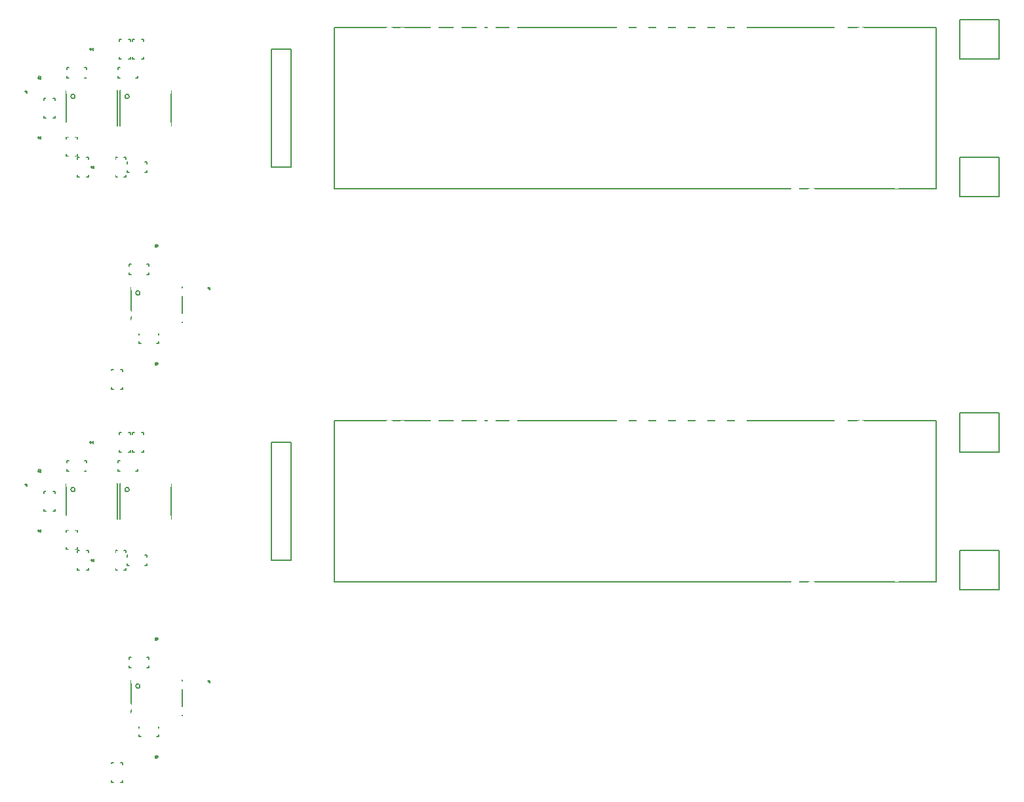
<source format=gbo>
G04 (created by PCBNEW (2013-07-07 BZR 4022)-stable) date 3/1/2014 5:06:07 PM*
%MOIN*%
G04 Gerber Fmt 3.4, Leading zero omitted, Abs format*
%FSLAX34Y34*%
G01*
G70*
G90*
G04 APERTURE LIST*
%ADD10C,0.00590551*%
%ADD11C,0.005*%
%ADD12R,0.069X0.069*%
%ADD13C,0.069*%
%ADD14C,0.043*%
%ADD15R,0.0495X0.04*%
%ADD16R,0.04X0.0495*%
%ADD17R,0.045X0.057*%
%ADD18R,0.13211X0.0612441*%
%ADD19C,0.16*%
%ADD20C,0.139*%
%ADD21C,0.037622*%
%ADD22R,0.0305X0.0719*%
%ADD23C,0.044*%
G04 APERTURE END LIST*
G54D10*
X6497Y31502D02*
X6597Y31502D01*
X7052Y31502D02*
X7052Y31602D01*
X6497Y31502D02*
X6497Y31602D01*
X7052Y31502D02*
X6952Y31502D01*
X6497Y32497D02*
X6597Y32497D01*
X6497Y32497D02*
X6497Y32397D01*
X6952Y32497D02*
X7052Y32497D01*
X7052Y32497D02*
X7052Y32397D01*
X3427Y35497D02*
X3327Y35497D01*
X2872Y35497D02*
X2872Y35397D01*
X3427Y35497D02*
X3427Y35397D01*
X2872Y35497D02*
X2972Y35497D01*
X3427Y34502D02*
X3327Y34502D01*
X3427Y34502D02*
X3427Y34602D01*
X2972Y34502D02*
X2872Y34502D01*
X2872Y34502D02*
X2872Y34602D01*
X6877Y21697D02*
X6777Y21697D01*
X6322Y21697D02*
X6322Y21597D01*
X6877Y21697D02*
X6877Y21597D01*
X6322Y21697D02*
X6422Y21697D01*
X6877Y20702D02*
X6777Y20702D01*
X6877Y20702D02*
X6877Y20802D01*
X6422Y20702D02*
X6322Y20702D01*
X6322Y20702D02*
X6322Y20802D01*
X7372Y37502D02*
X7472Y37502D01*
X7927Y37502D02*
X7927Y37602D01*
X7372Y37502D02*
X7372Y37602D01*
X7927Y37502D02*
X7827Y37502D01*
X7372Y38497D02*
X7472Y38497D01*
X7372Y38497D02*
X7372Y38397D01*
X7827Y38497D02*
X7927Y38497D01*
X7927Y38497D02*
X7927Y38397D01*
X6722Y37502D02*
X6822Y37502D01*
X7277Y37502D02*
X7277Y37602D01*
X6722Y37502D02*
X6722Y37602D01*
X7277Y37502D02*
X7177Y37502D01*
X6722Y38497D02*
X6822Y38497D01*
X6722Y38497D02*
X6722Y38397D01*
X7177Y38497D02*
X7277Y38497D01*
X7277Y38497D02*
X7277Y38397D01*
X4572Y31502D02*
X4672Y31502D01*
X5127Y31502D02*
X5127Y31602D01*
X4572Y31502D02*
X4572Y31602D01*
X5127Y31502D02*
X5027Y31502D01*
X4572Y32497D02*
X4672Y32497D01*
X4572Y32497D02*
X4572Y32397D01*
X5027Y32497D02*
X5127Y32497D01*
X5127Y32497D02*
X5127Y32397D01*
X5047Y36522D02*
X5047Y36622D01*
X5047Y37077D02*
X4947Y37077D01*
X5047Y36522D02*
X4947Y36522D01*
X5047Y37077D02*
X5047Y36977D01*
X4052Y36522D02*
X4052Y36622D01*
X4052Y36522D02*
X4152Y36522D01*
X4052Y36977D02*
X4052Y37077D01*
X4052Y37077D02*
X4152Y37077D01*
X7647Y36522D02*
X7647Y36622D01*
X7647Y37077D02*
X7547Y37077D01*
X7647Y36522D02*
X7547Y36522D01*
X7647Y37077D02*
X7647Y36977D01*
X6652Y36522D02*
X6652Y36622D01*
X6652Y36522D02*
X6752Y36522D01*
X6652Y36977D02*
X6652Y37077D01*
X6652Y37077D02*
X6752Y37077D01*
X8197Y26522D02*
X8197Y26622D01*
X8197Y27077D02*
X8097Y27077D01*
X8197Y26522D02*
X8097Y26522D01*
X8197Y27077D02*
X8197Y26977D01*
X7202Y26522D02*
X7202Y26622D01*
X7202Y26522D02*
X7302Y26522D01*
X7202Y26977D02*
X7202Y27077D01*
X7202Y27077D02*
X7302Y27077D01*
X8697Y23022D02*
X8697Y23122D01*
X8697Y23577D02*
X8597Y23577D01*
X8697Y23022D02*
X8597Y23022D01*
X8697Y23577D02*
X8697Y23477D01*
X7702Y23022D02*
X7702Y23122D01*
X7702Y23022D02*
X7802Y23022D01*
X7702Y23477D02*
X7702Y23577D01*
X7702Y23577D02*
X7802Y23577D01*
X4022Y32552D02*
X4122Y32552D01*
X4577Y32552D02*
X4577Y32652D01*
X4022Y32552D02*
X4022Y32652D01*
X4577Y32552D02*
X4477Y32552D01*
X4022Y33547D02*
X4122Y33547D01*
X4022Y33547D02*
X4022Y33447D01*
X4477Y33547D02*
X4577Y33547D01*
X4577Y33547D02*
X4577Y33447D01*
X8097Y31722D02*
X8097Y31822D01*
X8097Y32277D02*
X7997Y32277D01*
X8097Y31722D02*
X7997Y31722D01*
X8097Y32277D02*
X8097Y32177D01*
X7102Y31722D02*
X7102Y31822D01*
X7102Y31722D02*
X7202Y31722D01*
X7102Y32177D02*
X7102Y32277D01*
X7102Y32277D02*
X7202Y32277D01*
X11310Y25877D02*
X11210Y25877D01*
X11310Y25877D02*
X11310Y25777D01*
X11210Y25877D02*
X11310Y25777D01*
X2010Y35877D02*
X1910Y35877D01*
X2010Y35877D02*
X2010Y35777D01*
X1910Y35877D02*
X2010Y35777D01*
X2716Y36550D02*
X2559Y36550D01*
X2559Y36550D02*
X2638Y36628D01*
X2559Y36550D02*
X2638Y36471D01*
X2716Y36628D02*
X2716Y36471D01*
X8533Y28000D02*
X8690Y28000D01*
X8690Y28000D02*
X8611Y27921D01*
X8690Y28000D02*
X8611Y28078D01*
X8533Y27921D02*
X8533Y28078D01*
X5366Y38000D02*
X5209Y38000D01*
X5209Y38000D02*
X5288Y38078D01*
X5209Y38000D02*
X5288Y37921D01*
X5366Y38078D02*
X5366Y37921D01*
X5416Y32000D02*
X5259Y32000D01*
X5259Y32000D02*
X5338Y32078D01*
X5259Y32000D02*
X5338Y31921D01*
X5416Y32078D02*
X5416Y31921D01*
X2716Y33500D02*
X2559Y33500D01*
X2559Y33500D02*
X2638Y33578D01*
X2559Y33500D02*
X2638Y33421D01*
X2716Y33578D02*
X2716Y33421D01*
X8533Y22000D02*
X8690Y22000D01*
X8690Y22000D02*
X8611Y21921D01*
X8690Y22000D02*
X8611Y22078D01*
X8533Y21921D02*
X8533Y22078D01*
X17650Y30900D02*
X17650Y39100D01*
X17650Y39100D02*
X48250Y39100D01*
X48250Y39100D02*
X48250Y30900D01*
X48250Y30900D02*
X17650Y30900D01*
X51450Y32500D02*
X49450Y32500D01*
X49450Y32500D02*
X49450Y30500D01*
X49450Y30500D02*
X51450Y30500D01*
X51450Y30500D02*
X51450Y32500D01*
X51450Y39500D02*
X49450Y39500D01*
X49450Y39500D02*
X49450Y37500D01*
X49450Y37500D02*
X51450Y37500D01*
X51450Y37500D02*
X51450Y39500D01*
X15450Y32000D02*
X15450Y38000D01*
X15450Y38000D02*
X14450Y38000D01*
X14450Y32000D02*
X14450Y38000D01*
X15450Y32000D02*
X14450Y32000D01*
G54D11*
X6600Y34100D02*
X4000Y34100D01*
X4000Y34100D02*
X4000Y35900D01*
X4000Y35900D02*
X6600Y35900D01*
X6600Y35900D02*
X6600Y34100D01*
X4461Y35600D02*
G75*
G03X4461Y35600I-111J0D01*
G74*
G01*
X9900Y24100D02*
X7300Y24100D01*
X7300Y24100D02*
X7300Y25900D01*
X7300Y25900D02*
X9900Y25900D01*
X9900Y25900D02*
X9900Y24100D01*
X7761Y25600D02*
G75*
G03X7761Y25600I-111J0D01*
G74*
G01*
X9350Y34100D02*
X6750Y34100D01*
X6750Y34100D02*
X6750Y35900D01*
X6750Y35900D02*
X9350Y35900D01*
X9350Y35900D02*
X9350Y34100D01*
X7211Y35600D02*
G75*
G03X7211Y35600I-111J0D01*
G74*
G01*
X9350Y14100D02*
X6750Y14100D01*
X6750Y14100D02*
X6750Y15900D01*
X6750Y15900D02*
X9350Y15900D01*
X9350Y15900D02*
X9350Y14100D01*
X7211Y15600D02*
G75*
G03X7211Y15600I-111J0D01*
G74*
G01*
X9900Y4100D02*
X7300Y4100D01*
X7300Y4100D02*
X7300Y5900D01*
X7300Y5900D02*
X9900Y5900D01*
X9900Y5900D02*
X9900Y4100D01*
X7761Y5600D02*
G75*
G03X7761Y5600I-111J0D01*
G74*
G01*
X6600Y14100D02*
X4000Y14100D01*
X4000Y14100D02*
X4000Y15900D01*
X4000Y15900D02*
X6600Y15900D01*
X6600Y15900D02*
X6600Y14100D01*
X4461Y15600D02*
G75*
G03X4461Y15600I-111J0D01*
G74*
G01*
G54D10*
X15450Y12000D02*
X15450Y18000D01*
X15450Y18000D02*
X14450Y18000D01*
X14450Y12000D02*
X14450Y18000D01*
X15450Y12000D02*
X14450Y12000D01*
X51450Y19500D02*
X49450Y19500D01*
X49450Y19500D02*
X49450Y17500D01*
X49450Y17500D02*
X51450Y17500D01*
X51450Y17500D02*
X51450Y19500D01*
X51450Y12500D02*
X49450Y12500D01*
X49450Y12500D02*
X49450Y10500D01*
X49450Y10500D02*
X51450Y10500D01*
X51450Y10500D02*
X51450Y12500D01*
X17650Y10900D02*
X17650Y19100D01*
X17650Y19100D02*
X48250Y19100D01*
X48250Y19100D02*
X48250Y10900D01*
X48250Y10900D02*
X17650Y10900D01*
X8533Y2000D02*
X8690Y2000D01*
X8690Y2000D02*
X8611Y1921D01*
X8690Y2000D02*
X8611Y2078D01*
X8533Y1921D02*
X8533Y2078D01*
X2716Y13500D02*
X2559Y13500D01*
X2559Y13500D02*
X2638Y13578D01*
X2559Y13500D02*
X2638Y13421D01*
X2716Y13578D02*
X2716Y13421D01*
X5416Y12000D02*
X5259Y12000D01*
X5259Y12000D02*
X5338Y12078D01*
X5259Y12000D02*
X5338Y11921D01*
X5416Y12078D02*
X5416Y11921D01*
X5366Y18000D02*
X5209Y18000D01*
X5209Y18000D02*
X5288Y18078D01*
X5209Y18000D02*
X5288Y17921D01*
X5366Y18078D02*
X5366Y17921D01*
X8533Y8000D02*
X8690Y8000D01*
X8690Y8000D02*
X8611Y7921D01*
X8690Y8000D02*
X8611Y8078D01*
X8533Y7921D02*
X8533Y8078D01*
X2716Y16550D02*
X2559Y16550D01*
X2559Y16550D02*
X2638Y16628D01*
X2559Y16550D02*
X2638Y16471D01*
X2716Y16628D02*
X2716Y16471D01*
X2010Y15877D02*
X1910Y15877D01*
X2010Y15877D02*
X2010Y15777D01*
X1910Y15877D02*
X2010Y15777D01*
X11310Y5877D02*
X11210Y5877D01*
X11310Y5877D02*
X11310Y5777D01*
X11210Y5877D02*
X11310Y5777D01*
X8097Y11722D02*
X8097Y11822D01*
X8097Y12277D02*
X7997Y12277D01*
X8097Y11722D02*
X7997Y11722D01*
X8097Y12277D02*
X8097Y12177D01*
X7102Y11722D02*
X7102Y11822D01*
X7102Y11722D02*
X7202Y11722D01*
X7102Y12177D02*
X7102Y12277D01*
X7102Y12277D02*
X7202Y12277D01*
X4022Y12552D02*
X4122Y12552D01*
X4577Y12552D02*
X4577Y12652D01*
X4022Y12552D02*
X4022Y12652D01*
X4577Y12552D02*
X4477Y12552D01*
X4022Y13547D02*
X4122Y13547D01*
X4022Y13547D02*
X4022Y13447D01*
X4477Y13547D02*
X4577Y13547D01*
X4577Y13547D02*
X4577Y13447D01*
X8697Y3022D02*
X8697Y3122D01*
X8697Y3577D02*
X8597Y3577D01*
X8697Y3022D02*
X8597Y3022D01*
X8697Y3577D02*
X8697Y3477D01*
X7702Y3022D02*
X7702Y3122D01*
X7702Y3022D02*
X7802Y3022D01*
X7702Y3477D02*
X7702Y3577D01*
X7702Y3577D02*
X7802Y3577D01*
X8197Y6522D02*
X8197Y6622D01*
X8197Y7077D02*
X8097Y7077D01*
X8197Y6522D02*
X8097Y6522D01*
X8197Y7077D02*
X8197Y6977D01*
X7202Y6522D02*
X7202Y6622D01*
X7202Y6522D02*
X7302Y6522D01*
X7202Y6977D02*
X7202Y7077D01*
X7202Y7077D02*
X7302Y7077D01*
X7647Y16522D02*
X7647Y16622D01*
X7647Y17077D02*
X7547Y17077D01*
X7647Y16522D02*
X7547Y16522D01*
X7647Y17077D02*
X7647Y16977D01*
X6652Y16522D02*
X6652Y16622D01*
X6652Y16522D02*
X6752Y16522D01*
X6652Y16977D02*
X6652Y17077D01*
X6652Y17077D02*
X6752Y17077D01*
X5047Y16522D02*
X5047Y16622D01*
X5047Y17077D02*
X4947Y17077D01*
X5047Y16522D02*
X4947Y16522D01*
X5047Y17077D02*
X5047Y16977D01*
X4052Y16522D02*
X4052Y16622D01*
X4052Y16522D02*
X4152Y16522D01*
X4052Y16977D02*
X4052Y17077D01*
X4052Y17077D02*
X4152Y17077D01*
X4572Y11502D02*
X4672Y11502D01*
X5127Y11502D02*
X5127Y11602D01*
X4572Y11502D02*
X4572Y11602D01*
X5127Y11502D02*
X5027Y11502D01*
X4572Y12497D02*
X4672Y12497D01*
X4572Y12497D02*
X4572Y12397D01*
X5027Y12497D02*
X5127Y12497D01*
X5127Y12497D02*
X5127Y12397D01*
X6722Y17502D02*
X6822Y17502D01*
X7277Y17502D02*
X7277Y17602D01*
X6722Y17502D02*
X6722Y17602D01*
X7277Y17502D02*
X7177Y17502D01*
X6722Y18497D02*
X6822Y18497D01*
X6722Y18497D02*
X6722Y18397D01*
X7177Y18497D02*
X7277Y18497D01*
X7277Y18497D02*
X7277Y18397D01*
X7372Y17502D02*
X7472Y17502D01*
X7927Y17502D02*
X7927Y17602D01*
X7372Y17502D02*
X7372Y17602D01*
X7927Y17502D02*
X7827Y17502D01*
X7372Y18497D02*
X7472Y18497D01*
X7372Y18497D02*
X7372Y18397D01*
X7827Y18497D02*
X7927Y18497D01*
X7927Y18497D02*
X7927Y18397D01*
X6877Y1697D02*
X6777Y1697D01*
X6322Y1697D02*
X6322Y1597D01*
X6877Y1697D02*
X6877Y1597D01*
X6322Y1697D02*
X6422Y1697D01*
X6877Y702D02*
X6777Y702D01*
X6877Y702D02*
X6877Y802D01*
X6422Y702D02*
X6322Y702D01*
X6322Y702D02*
X6322Y802D01*
X3427Y15497D02*
X3327Y15497D01*
X2872Y15497D02*
X2872Y15397D01*
X3427Y15497D02*
X3427Y15397D01*
X2872Y15497D02*
X2972Y15497D01*
X3427Y14502D02*
X3327Y14502D01*
X3427Y14502D02*
X3427Y14602D01*
X2972Y14502D02*
X2872Y14502D01*
X2872Y14502D02*
X2872Y14602D01*
X6497Y11502D02*
X6597Y11502D01*
X7052Y11502D02*
X7052Y11602D01*
X6497Y11502D02*
X6497Y11602D01*
X7052Y11502D02*
X6952Y11502D01*
X6497Y12497D02*
X6597Y12497D01*
X6497Y12497D02*
X6497Y12397D01*
X6952Y12497D02*
X7052Y12497D01*
X7052Y12497D02*
X7052Y12397D01*
%LPC*%
G54D12*
X32300Y37950D03*
G54D13*
X32300Y38950D03*
X33300Y37950D03*
X33300Y38950D03*
X34300Y37950D03*
X34300Y38950D03*
X35300Y37950D03*
X35300Y38950D03*
X36300Y37950D03*
X36300Y38950D03*
X37300Y37950D03*
X37300Y38950D03*
X38300Y37950D03*
X38300Y38950D03*
G54D12*
X33116Y36128D03*
G54D13*
X32116Y36128D03*
G54D12*
X6600Y27500D03*
G54D13*
X6600Y26500D03*
X6600Y25500D03*
X6600Y24500D03*
X6600Y23500D03*
X6600Y22500D03*
G54D12*
X9900Y38000D03*
G54D13*
X8900Y38000D03*
X8900Y39000D03*
X9900Y39000D03*
G54D12*
X9900Y31000D03*
G54D13*
X8900Y31000D03*
X8900Y32000D03*
X9900Y32000D03*
G54D14*
X25050Y33000D03*
X25246Y33196D03*
X25246Y32803D03*
X24853Y32803D03*
X24853Y33196D03*
X28300Y35250D03*
X28103Y35053D03*
X28103Y35446D03*
X28496Y35446D03*
X28496Y35053D03*
G54D15*
X6775Y32267D03*
X6775Y31732D03*
X3150Y34732D03*
X3150Y35267D03*
X6600Y20932D03*
X6600Y21467D03*
X7650Y38267D03*
X7650Y37732D03*
X7000Y38267D03*
X7000Y37732D03*
X4850Y32267D03*
X4850Y31732D03*
G54D16*
X4282Y36800D03*
X4817Y36800D03*
X6882Y36800D03*
X7417Y36800D03*
X7432Y26800D03*
X7967Y26800D03*
X7932Y23300D03*
X8467Y23300D03*
G54D15*
X4300Y33317D03*
X4300Y32782D03*
G54D16*
X7332Y32000D03*
X7867Y32000D03*
G54D17*
X10404Y25511D03*
X11004Y25511D03*
X11004Y24481D03*
X10404Y24481D03*
X1104Y35511D03*
X1704Y35511D03*
X1704Y34481D03*
X1104Y34481D03*
G54D18*
X3150Y37042D03*
X3150Y36057D03*
X8100Y27507D03*
X8100Y28492D03*
X5800Y38492D03*
X5800Y37507D03*
X5850Y32492D03*
X5850Y31507D03*
X3150Y33992D03*
X3150Y33007D03*
X8100Y21507D03*
X8100Y22492D03*
G54D12*
X31950Y31400D03*
G54D13*
X32950Y31400D03*
G54D12*
X30450Y31400D03*
G54D13*
X30450Y32400D03*
X30450Y33400D03*
G54D19*
X22000Y35000D03*
X43900Y35000D03*
G54D20*
X18600Y35000D03*
X47300Y35000D03*
G54D21*
X25054Y36795D03*
X24700Y36795D03*
X24345Y36795D03*
X24345Y37150D03*
X24700Y37150D03*
X25054Y37150D03*
X25054Y37504D03*
X24700Y37504D03*
X24345Y37504D03*
G54D12*
X43400Y28800D03*
G54D13*
X44400Y28800D03*
G54D12*
X43400Y27800D03*
G54D13*
X44400Y27800D03*
G54D12*
X43400Y26800D03*
G54D13*
X44400Y26800D03*
G54D12*
X15050Y21000D03*
G54D13*
X16050Y21000D03*
G54D12*
X15050Y29000D03*
G54D13*
X16050Y29000D03*
G54D12*
X43400Y36800D03*
G54D13*
X44400Y36800D03*
G54D12*
X43400Y37800D03*
G54D13*
X44400Y37800D03*
G54D12*
X43400Y38800D03*
G54D13*
X44400Y38800D03*
G54D12*
X15050Y31000D03*
G54D13*
X16050Y31000D03*
G54D12*
X15050Y39000D03*
G54D13*
X16050Y39000D03*
G54D12*
X50950Y32000D03*
G54D13*
X49950Y32000D03*
X49950Y31000D03*
X50950Y31000D03*
G54D12*
X50950Y39000D03*
G54D13*
X49950Y39000D03*
X49950Y38000D03*
X50950Y38000D03*
G54D12*
X14950Y32500D03*
G54D13*
X14950Y33500D03*
X14950Y34500D03*
X14950Y35500D03*
X14950Y36500D03*
X14950Y37500D03*
G54D22*
X5172Y36102D03*
X5428Y36102D03*
X5684Y36102D03*
X5940Y36102D03*
X4408Y33900D03*
X4404Y36102D03*
X4660Y36102D03*
X4916Y36102D03*
X6196Y33898D03*
X5940Y33898D03*
X5684Y33898D03*
X5428Y33898D03*
X5172Y33898D03*
X4916Y33898D03*
X6196Y36102D03*
X4660Y33900D03*
X4148Y36102D03*
X6452Y36102D03*
X6452Y33898D03*
X4148Y33898D03*
X8472Y26102D03*
X8728Y26102D03*
X8984Y26102D03*
X9240Y26102D03*
X7708Y23900D03*
X7704Y26102D03*
X7960Y26102D03*
X8216Y26102D03*
X9496Y23898D03*
X9240Y23898D03*
X8984Y23898D03*
X8728Y23898D03*
X8472Y23898D03*
X8216Y23898D03*
X9496Y26102D03*
X7960Y23900D03*
X7448Y26102D03*
X9752Y26102D03*
X9752Y23898D03*
X7448Y23898D03*
X7922Y36102D03*
X8178Y36102D03*
X8434Y36102D03*
X8690Y36102D03*
X7158Y33900D03*
X7154Y36102D03*
X7410Y36102D03*
X7666Y36102D03*
X8946Y33898D03*
X8690Y33898D03*
X8434Y33898D03*
X8178Y33898D03*
X7922Y33898D03*
X7666Y33898D03*
X8946Y36102D03*
X7410Y33900D03*
X6898Y36102D03*
X9202Y36102D03*
X9202Y33898D03*
X6898Y33898D03*
X7922Y16102D03*
X8178Y16102D03*
X8434Y16102D03*
X8690Y16102D03*
X7158Y13900D03*
X7154Y16102D03*
X7410Y16102D03*
X7666Y16102D03*
X8946Y13898D03*
X8690Y13898D03*
X8434Y13898D03*
X8178Y13898D03*
X7922Y13898D03*
X7666Y13898D03*
X8946Y16102D03*
X7410Y13900D03*
X6898Y16102D03*
X9202Y16102D03*
X9202Y13898D03*
X6898Y13898D03*
X8472Y6102D03*
X8728Y6102D03*
X8984Y6102D03*
X9240Y6102D03*
X7708Y3900D03*
X7704Y6102D03*
X7960Y6102D03*
X8216Y6102D03*
X9496Y3898D03*
X9240Y3898D03*
X8984Y3898D03*
X8728Y3898D03*
X8472Y3898D03*
X8216Y3898D03*
X9496Y6102D03*
X7960Y3900D03*
X7448Y6102D03*
X9752Y6102D03*
X9752Y3898D03*
X7448Y3898D03*
X5172Y16102D03*
X5428Y16102D03*
X5684Y16102D03*
X5940Y16102D03*
X4408Y13900D03*
X4404Y16102D03*
X4660Y16102D03*
X4916Y16102D03*
X6196Y13898D03*
X5940Y13898D03*
X5684Y13898D03*
X5428Y13898D03*
X5172Y13898D03*
X4916Y13898D03*
X6196Y16102D03*
X4660Y13900D03*
X4148Y16102D03*
X6452Y16102D03*
X6452Y13898D03*
X4148Y13898D03*
G54D12*
X32300Y17950D03*
G54D13*
X32300Y18950D03*
X33300Y17950D03*
X33300Y18950D03*
X34300Y17950D03*
X34300Y18950D03*
X35300Y17950D03*
X35300Y18950D03*
X36300Y17950D03*
X36300Y18950D03*
X37300Y17950D03*
X37300Y18950D03*
X38300Y17950D03*
X38300Y18950D03*
G54D12*
X14950Y12500D03*
G54D13*
X14950Y13500D03*
X14950Y14500D03*
X14950Y15500D03*
X14950Y16500D03*
X14950Y17500D03*
G54D12*
X50950Y19000D03*
G54D13*
X49950Y19000D03*
X49950Y18000D03*
X50950Y18000D03*
G54D12*
X50950Y12000D03*
G54D13*
X49950Y12000D03*
X49950Y11000D03*
X50950Y11000D03*
G54D12*
X15050Y19000D03*
G54D13*
X16050Y19000D03*
G54D12*
X15050Y11000D03*
G54D13*
X16050Y11000D03*
G54D12*
X43400Y18800D03*
G54D13*
X44400Y18800D03*
G54D12*
X43400Y17800D03*
G54D13*
X44400Y17800D03*
G54D12*
X43400Y16800D03*
G54D13*
X44400Y16800D03*
G54D12*
X15050Y9000D03*
G54D13*
X16050Y9000D03*
G54D12*
X15050Y1000D03*
G54D13*
X16050Y1000D03*
G54D12*
X43400Y6800D03*
G54D13*
X44400Y6800D03*
G54D12*
X43400Y7800D03*
G54D13*
X44400Y7800D03*
G54D12*
X43400Y8800D03*
G54D13*
X44400Y8800D03*
G54D21*
X25054Y16795D03*
X24700Y16795D03*
X24345Y16795D03*
X24345Y17150D03*
X24700Y17150D03*
X25054Y17150D03*
X25054Y17504D03*
X24700Y17504D03*
X24345Y17504D03*
G54D19*
X22000Y15000D03*
X43900Y15000D03*
G54D20*
X18600Y15000D03*
X47300Y15000D03*
G54D12*
X30450Y11400D03*
G54D13*
X30450Y12400D03*
X30450Y13400D03*
G54D12*
X31950Y11400D03*
G54D13*
X32950Y11400D03*
G54D18*
X8100Y1507D03*
X8100Y2492D03*
X3150Y13992D03*
X3150Y13007D03*
X5850Y12492D03*
X5850Y11507D03*
X5800Y18492D03*
X5800Y17507D03*
X8100Y7507D03*
X8100Y8492D03*
X3150Y17042D03*
X3150Y16057D03*
G54D17*
X1104Y15511D03*
X1704Y15511D03*
X1704Y14481D03*
X1104Y14481D03*
X10404Y5511D03*
X11004Y5511D03*
X11004Y4481D03*
X10404Y4481D03*
G54D16*
X7332Y12000D03*
X7867Y12000D03*
G54D15*
X4300Y13317D03*
X4300Y12782D03*
G54D16*
X7932Y3300D03*
X8467Y3300D03*
X7432Y6800D03*
X7967Y6800D03*
X6882Y16800D03*
X7417Y16800D03*
X4282Y16800D03*
X4817Y16800D03*
G54D15*
X4850Y12267D03*
X4850Y11732D03*
X7000Y18267D03*
X7000Y17732D03*
X7650Y18267D03*
X7650Y17732D03*
X6600Y932D03*
X6600Y1467D03*
X3150Y14732D03*
X3150Y15267D03*
X6775Y12267D03*
X6775Y11732D03*
G54D14*
X28300Y15250D03*
X28103Y15053D03*
X28103Y15446D03*
X28496Y15446D03*
X28496Y15053D03*
X25050Y13000D03*
X25246Y13196D03*
X25246Y12803D03*
X24853Y12803D03*
X24853Y13196D03*
G54D12*
X9900Y11000D03*
G54D13*
X8900Y11000D03*
X8900Y12000D03*
X9900Y12000D03*
G54D12*
X9900Y18000D03*
G54D13*
X8900Y18000D03*
X8900Y19000D03*
X9900Y19000D03*
G54D12*
X6600Y7500D03*
G54D13*
X6600Y6500D03*
X6600Y5500D03*
X6600Y4500D03*
X6600Y3500D03*
X6600Y2500D03*
G54D12*
X33116Y16128D03*
G54D13*
X32116Y16128D03*
G54D23*
X23500Y32375D03*
X23000Y32370D03*
X22500Y32375D03*
X22500Y12375D03*
X23000Y12370D03*
X23500Y12375D03*
X22050Y38400D03*
X20450Y38950D03*
X23900Y39167D03*
X26732Y39150D03*
X47267Y33650D03*
X16532Y35550D03*
X16117Y37500D03*
X19500Y35750D03*
X19800Y33317D03*
X22632Y37250D03*
X29900Y35917D03*
X46432Y33000D03*
X46283Y36250D03*
X42300Y36667D03*
X41750Y33917D03*
X41850Y31932D03*
X46000Y28682D03*
X41950Y24500D03*
X40750Y34732D03*
X4750Y37250D03*
X7700Y37125D03*
X7325Y32275D03*
X4025Y34075D03*
X7200Y24000D03*
X7200Y4000D03*
X4025Y14075D03*
X7325Y12275D03*
X7700Y17125D03*
X4750Y17250D03*
X40750Y14732D03*
X41950Y4500D03*
X46000Y8682D03*
X41850Y11932D03*
X41750Y13917D03*
X42300Y16667D03*
X46283Y16250D03*
X46432Y13000D03*
X29900Y15917D03*
X22632Y17250D03*
X19800Y13317D03*
X19500Y15750D03*
X16117Y17500D03*
X16532Y15550D03*
X47267Y13650D03*
X26732Y19150D03*
X23900Y19167D03*
X20450Y18950D03*
X22050Y18400D03*
X23894Y38275D03*
X44900Y34250D03*
X44900Y14250D03*
X23894Y18275D03*
X25632Y39150D03*
X42300Y36132D03*
X44000Y34050D03*
X47550Y36400D03*
X7150Y24550D03*
X4725Y34650D03*
X7700Y32875D03*
X7700Y12875D03*
X4725Y14650D03*
X7150Y4550D03*
X47550Y16400D03*
X44000Y14050D03*
X42300Y16132D03*
X25632Y19150D03*
X25067Y39150D03*
X41650Y36132D03*
X43750Y33750D03*
X47975Y36400D03*
X4625Y35000D03*
X7725Y32475D03*
X7725Y12475D03*
X4625Y15000D03*
X47975Y16400D03*
X43750Y13750D03*
X41650Y16132D03*
X25067Y19150D03*
X40100Y37100D03*
X26032Y37900D03*
X35990Y36246D03*
X35990Y16246D03*
X26032Y17900D03*
X40100Y17100D03*
X26300Y38450D03*
X39350Y37350D03*
X39350Y17350D03*
X26300Y18450D03*
X48475Y36400D03*
X39700Y37100D03*
X25900Y38550D03*
X49500Y34025D03*
X49500Y14025D03*
X25900Y18550D03*
X39700Y17100D03*
X48475Y16400D03*
X20350Y35650D03*
X21100Y38500D03*
X21100Y18500D03*
X20350Y15650D03*
X20300Y36550D03*
X20450Y38550D03*
X20450Y18550D03*
X20300Y16550D03*
X17174Y33818D03*
X20650Y35950D03*
X20650Y15950D03*
X17174Y13818D03*
X20350Y36150D03*
X17174Y34881D03*
X17174Y14881D03*
X20350Y16150D03*
X42700Y34400D03*
X42700Y14400D03*
X43050Y34050D03*
X43050Y14050D03*
X23167Y37750D03*
X31350Y33575D03*
X31000Y36550D03*
X41900Y30750D03*
X41900Y10750D03*
X31000Y16550D03*
X31350Y13575D03*
X23167Y17750D03*
X43675Y31650D03*
X39632Y34200D03*
X39632Y14200D03*
X43675Y11650D03*
X20175Y34450D03*
X44050Y31600D03*
X44050Y11600D03*
X20175Y14450D03*
X31750Y33575D03*
X45950Y31700D03*
X45950Y11700D03*
X31750Y13575D03*
X46250Y31100D03*
X45417Y36625D03*
X45417Y16625D03*
X46250Y11100D03*
X45050Y31550D03*
X45050Y11550D03*
X45400Y31650D03*
X45400Y11650D03*
X45150Y33950D03*
X45150Y13950D03*
X47275Y31150D03*
X49100Y30775D03*
X49100Y10775D03*
X47275Y11150D03*
X44450Y34200D03*
X36450Y34800D03*
X36950Y35300D03*
X40950Y37900D03*
X40950Y17900D03*
X36950Y15300D03*
X36450Y14800D03*
X44450Y14200D03*
X43500Y32675D03*
X42175Y33425D03*
X42175Y13425D03*
X43500Y12675D03*
X37275Y34100D03*
X45025Y32725D03*
X45025Y12725D03*
X37275Y14100D03*
X46100Y33250D03*
X41083Y30875D03*
X41083Y10875D03*
X46100Y13250D03*
X24900Y31800D03*
X23867Y33200D03*
X23867Y13200D03*
X24900Y11800D03*
X7950Y36825D03*
X7950Y16825D03*
X8225Y38275D03*
X8225Y18275D03*
X8350Y35575D03*
X8750Y36800D03*
X8750Y16800D03*
X8350Y15575D03*
X9150Y36825D03*
X9150Y16825D03*
X9475Y33900D03*
X9475Y13900D03*
X8800Y33225D03*
X8800Y13225D03*
X5800Y37507D03*
X8250Y33225D03*
X8250Y13225D03*
X5800Y17507D03*
X5200Y36675D03*
X5200Y16675D03*
X5500Y36925D03*
X4550Y37700D03*
X4550Y17700D03*
X5500Y16925D03*
X5950Y36650D03*
X5950Y16650D03*
X6200Y36925D03*
X6200Y16925D03*
X6225Y33000D03*
X6225Y13000D03*
X6025Y33300D03*
X6025Y13300D03*
X1704Y35511D03*
X5650Y33150D03*
X5650Y13150D03*
X1704Y15511D03*
X3150Y33007D03*
X5250Y33150D03*
X3150Y35625D03*
X3150Y15625D03*
X5250Y13150D03*
X3150Y13007D03*
X9275Y26825D03*
X9275Y6825D03*
X8975Y26625D03*
X8975Y6625D03*
X9575Y25375D03*
X9575Y5375D03*
X9850Y25625D03*
X9850Y5625D03*
X9850Y24325D03*
X9850Y4325D03*
X9575Y24600D03*
X9575Y4600D03*
X6225Y21450D03*
X6225Y28425D03*
X6225Y8425D03*
X6225Y1450D03*
X7650Y33250D03*
X4675Y33075D03*
X4675Y13075D03*
X7650Y13250D03*
X44700Y31650D03*
X42225Y33800D03*
X42225Y13800D03*
X44700Y11650D03*
X42475Y32675D03*
X40250Y35832D03*
X40250Y15832D03*
X42475Y12675D03*
X39550Y35832D03*
X42850Y32675D03*
X42850Y12675D03*
X39550Y15832D03*
X21100Y38900D03*
X22067Y37750D03*
X16800Y34350D03*
X19700Y32400D03*
X18200Y33967D03*
X22750Y39150D03*
X22632Y37750D03*
X22632Y36250D03*
X23332Y33850D03*
X23332Y33200D03*
X22767Y33200D03*
X26567Y37250D03*
X29432Y36550D03*
X29250Y35382D03*
X39050Y35267D03*
X41000Y36667D03*
X40750Y35267D03*
X41033Y33575D03*
X41850Y32467D03*
X49250Y35900D03*
X33895Y33400D03*
X46732Y33650D03*
X21025Y35175D03*
X41083Y31625D03*
X40025Y32450D03*
X31275Y33033D03*
X15750Y31950D03*
X29407Y38375D03*
X37448Y36246D03*
X37448Y16246D03*
X29407Y18375D03*
X15750Y11950D03*
X31275Y13033D03*
X40025Y12450D03*
X41083Y11625D03*
X21025Y15175D03*
X46732Y13650D03*
X33895Y13400D03*
X49250Y15900D03*
X41850Y12467D03*
X41033Y13575D03*
X40750Y15267D03*
X41000Y16667D03*
X39050Y15267D03*
X29250Y15382D03*
X29432Y16550D03*
X26567Y17250D03*
X22767Y13200D03*
X23332Y13200D03*
X23332Y13850D03*
X22632Y16250D03*
X22632Y17750D03*
X22750Y19150D03*
X18200Y13967D03*
X19700Y12400D03*
X16800Y14350D03*
X22067Y17750D03*
X21100Y18900D03*
X20225Y33725D03*
X23600Y36250D03*
X23600Y16250D03*
X20225Y13725D03*
X23900Y36050D03*
X22267Y33850D03*
X22267Y13850D03*
X23900Y16050D03*
X26032Y37250D03*
X21732Y33850D03*
X21732Y13850D03*
X26032Y17250D03*
X20450Y39350D03*
X20650Y36450D03*
X20650Y16450D03*
X20450Y19350D03*
X32125Y33700D03*
X19800Y34450D03*
X40167Y33200D03*
X40167Y13200D03*
X19800Y14450D03*
X32125Y13700D03*
X21000Y34800D03*
X33050Y35250D03*
X39167Y32250D03*
X46000Y35250D03*
X46000Y15250D03*
X39167Y12250D03*
X33050Y15250D03*
X21000Y14800D03*
X20750Y33732D03*
X32532Y34200D03*
X32775Y33325D03*
X40217Y31250D03*
X40217Y11250D03*
X32775Y13325D03*
X32532Y14200D03*
X20750Y13732D03*
M02*

</source>
